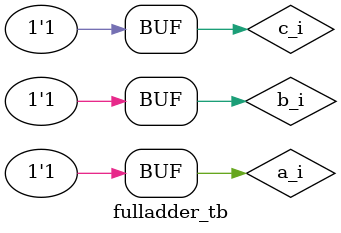
<source format=v>
module fulladder (
	
	input					a_i,//valor de entrada en A
	input					b_i,//valor de entrada en B
	input					c_i,//acarreo de entrada de nuestra suma
	output				c_o,//acarreo de salida de nuestra suma
	output				res_o//resultado de nuestra suma

);

	//cables que utilizamos dentro de nuestras operaciones
	wire					wirexor1_w;//cable de la operacion xor entre a_i y b_i
	wire					wireand1_w;//cable de la operacion and entre a_i y c_i
	wire					wireand2_w;//cable de la operacion and entre b_i y c_i
	wire					wireand3_w;//cable de la operacion and entre a_i y b_i
	
	//operaciones and
	assign	wireand1_w = c_i & a_i;
	assign	wireand2_w = c_i & b_i;
	assign	wireand3_w = b_i & a_i;
	
	//operaciones xor
	assign	wirexor1_w = a_i ^ b_i;
	
	//operacion or de nuestras salidas en las operaciones and
	assign	c_o		  = wireand1_w  | wireand2_w |wireand3_w;
	
	//operacion xor entre la suma de a_i y b_i con el c_i
	assign	res_o		  = wirexor1_w ^ c_i;
endmodule 

// BANCO DE PRUEBAS - TEST BENCH
// 1er paso - modulo de TEST BENCH

module fulladder_tb ();

// 2do paso - input pasa a ser reg, output pasa a ser wire

	reg					a_i;//valor de entrada en A
	reg					b_i;//valor de entrada en B
	reg					c_i;//acarreo de entrada de nuestra suma
	wire					c_o;//acarreo de salida de nuestra suma
	wire					res_o;//resultado de nuestra suma
	
// 3er paso - Inicializar valores

	initial
		begin
			a_i	= 1'b0;
			b_i	= 1'b0;
			c_i	= 1'b0;
		end
		
// 4to paso - Realizar la instancia del modulo a verificar

	fulladder DUT(
	
		.a_i		(),
		.b_i		(),//valor de entrada en B
		.c_i		(),
		.c_o		(),
		.res_o	()

	);
	
// 5to paso - Modificar valores

	always
	begin
		#100
			a_i	= 1'b1;
			b_i	= 1'b0;
			c_i	= 1'b0;
		#100
			a_i	= 1'b0;
			b_i	= 1'b1;
			c_i	= 1'b0;
		#100
			a_i	= 1'b0;
			b_i	= 1'b0;
			c_i	= 1'b1;
		#100
			a_i	= 1'b1;
			b_i	= 1'b1;
			c_i	= 1'b0;
		#100
			a_i	= 1'b1;
			b_i	= 1'b1;
			c_i	= 1'b1;
	end

endmodule 
</source>
